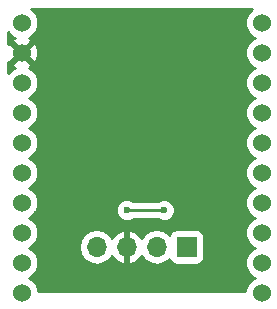
<source format=gbr>
G04 #@! TF.FileFunction,Copper,L2,Bot,Signal*
%FSLAX46Y46*%
G04 Gerber Fmt 4.6, Leading zero omitted, Abs format (unit mm)*
G04 Created by KiCad (PCBNEW 4.0.6) date Thu Jan  4 19:06:44 2018*
%MOMM*%
%LPD*%
G01*
G04 APERTURE LIST*
%ADD10C,0.100000*%
%ADD11C,1.524000*%
%ADD12R,1.700000X1.700000*%
%ADD13O,1.700000X1.700000*%
%ADD14C,0.600000*%
%ADD15C,0.250000*%
%ADD16C,0.254000*%
G04 APERTURE END LIST*
D10*
D11*
X138430000Y-80010000D03*
X138430000Y-82550000D03*
X138430000Y-85090000D03*
X138430000Y-87630000D03*
X138430000Y-90170000D03*
X138430000Y-92710000D03*
X138430000Y-95250000D03*
X138430000Y-97790000D03*
X138430000Y-100330000D03*
X138430000Y-102870000D03*
X158750000Y-80010000D03*
X158750000Y-82550000D03*
X158750000Y-85090000D03*
X158750000Y-87630000D03*
X158750000Y-90170000D03*
X158750000Y-92710000D03*
X158750000Y-95250000D03*
X158750000Y-97790000D03*
X158750000Y-100330000D03*
X158750000Y-102870000D03*
D12*
X152400000Y-99000000D03*
D13*
X149860000Y-99000000D03*
X147320000Y-99000000D03*
X144780000Y-99000000D03*
D14*
X143510000Y-85090000D03*
X149860000Y-80550000D03*
X148590000Y-80550000D03*
X152400000Y-92710000D03*
X150495000Y-95885000D03*
X147320000Y-95885000D03*
D15*
X147320000Y-95885000D02*
X150495000Y-95885000D01*
D16*
G36*
X157566371Y-79217630D02*
X157353243Y-79730900D01*
X157352758Y-80286661D01*
X157564990Y-80800303D01*
X157957630Y-81193629D01*
X158165512Y-81279949D01*
X157959697Y-81364990D01*
X157566371Y-81757630D01*
X157353243Y-82270900D01*
X157352758Y-82826661D01*
X157564990Y-83340303D01*
X157957630Y-83733629D01*
X158165512Y-83819949D01*
X157959697Y-83904990D01*
X157566371Y-84297630D01*
X157353243Y-84810900D01*
X157352758Y-85366661D01*
X157564990Y-85880303D01*
X157957630Y-86273629D01*
X158165512Y-86359949D01*
X157959697Y-86444990D01*
X157566371Y-86837630D01*
X157353243Y-87350900D01*
X157352758Y-87906661D01*
X157564990Y-88420303D01*
X157957630Y-88813629D01*
X158165512Y-88899949D01*
X157959697Y-88984990D01*
X157566371Y-89377630D01*
X157353243Y-89890900D01*
X157352758Y-90446661D01*
X157564990Y-90960303D01*
X157957630Y-91353629D01*
X158165512Y-91439949D01*
X157959697Y-91524990D01*
X157566371Y-91917630D01*
X157353243Y-92430900D01*
X157352758Y-92986661D01*
X157564990Y-93500303D01*
X157957630Y-93893629D01*
X158165512Y-93979949D01*
X157959697Y-94064990D01*
X157566371Y-94457630D01*
X157353243Y-94970900D01*
X157352758Y-95526661D01*
X157564990Y-96040303D01*
X157957630Y-96433629D01*
X158165512Y-96519949D01*
X157959697Y-96604990D01*
X157566371Y-96997630D01*
X157353243Y-97510900D01*
X157352758Y-98066661D01*
X157564990Y-98580303D01*
X157957630Y-98973629D01*
X158165512Y-99059949D01*
X157959697Y-99144990D01*
X157566371Y-99537630D01*
X157353243Y-100050900D01*
X157352758Y-100606661D01*
X157564990Y-101120303D01*
X157957630Y-101513629D01*
X158165512Y-101599949D01*
X157959697Y-101684990D01*
X157566371Y-102077630D01*
X157353243Y-102590900D01*
X157353110Y-102743000D01*
X139827111Y-102743000D01*
X139827242Y-102593339D01*
X139615010Y-102079697D01*
X139222370Y-101686371D01*
X139014488Y-101600051D01*
X139220303Y-101515010D01*
X139613629Y-101122370D01*
X139826757Y-100609100D01*
X139827242Y-100053339D01*
X139615010Y-99539697D01*
X139222370Y-99146371D01*
X139014488Y-99060051D01*
X139220303Y-98975010D01*
X139224413Y-98970907D01*
X143295000Y-98970907D01*
X143295000Y-99029093D01*
X143408039Y-99597378D01*
X143729946Y-100079147D01*
X144211715Y-100401054D01*
X144780000Y-100514093D01*
X145348285Y-100401054D01*
X145830054Y-100079147D01*
X146057702Y-99738447D01*
X146124817Y-99881358D01*
X146553076Y-100271645D01*
X146963110Y-100441476D01*
X147193000Y-100320155D01*
X147193000Y-99127000D01*
X147173000Y-99127000D01*
X147173000Y-98873000D01*
X147193000Y-98873000D01*
X147193000Y-97679845D01*
X147447000Y-97679845D01*
X147447000Y-98873000D01*
X147467000Y-98873000D01*
X147467000Y-99127000D01*
X147447000Y-99127000D01*
X147447000Y-100320155D01*
X147676890Y-100441476D01*
X148086924Y-100271645D01*
X148515183Y-99881358D01*
X148582298Y-99738447D01*
X148809946Y-100079147D01*
X149291715Y-100401054D01*
X149860000Y-100514093D01*
X150428285Y-100401054D01*
X150910054Y-100079147D01*
X150937850Y-100037548D01*
X150946838Y-100085317D01*
X151085910Y-100301441D01*
X151298110Y-100446431D01*
X151550000Y-100497440D01*
X153250000Y-100497440D01*
X153485317Y-100453162D01*
X153701441Y-100314090D01*
X153846431Y-100101890D01*
X153897440Y-99850000D01*
X153897440Y-98150000D01*
X153853162Y-97914683D01*
X153714090Y-97698559D01*
X153501890Y-97553569D01*
X153250000Y-97502560D01*
X151550000Y-97502560D01*
X151314683Y-97546838D01*
X151098559Y-97685910D01*
X150953569Y-97898110D01*
X150939914Y-97965541D01*
X150910054Y-97920853D01*
X150428285Y-97598946D01*
X149860000Y-97485907D01*
X149291715Y-97598946D01*
X148809946Y-97920853D01*
X148582298Y-98261553D01*
X148515183Y-98118642D01*
X148086924Y-97728355D01*
X147676890Y-97558524D01*
X147447000Y-97679845D01*
X147193000Y-97679845D01*
X146963110Y-97558524D01*
X146553076Y-97728355D01*
X146124817Y-98118642D01*
X146057702Y-98261553D01*
X145830054Y-97920853D01*
X145348285Y-97598946D01*
X144780000Y-97485907D01*
X144211715Y-97598946D01*
X143729946Y-97920853D01*
X143408039Y-98402622D01*
X143295000Y-98970907D01*
X139224413Y-98970907D01*
X139613629Y-98582370D01*
X139826757Y-98069100D01*
X139827242Y-97513339D01*
X139615010Y-96999697D01*
X139222370Y-96606371D01*
X139014488Y-96520051D01*
X139220303Y-96435010D01*
X139585783Y-96070167D01*
X146384838Y-96070167D01*
X146526883Y-96413943D01*
X146789673Y-96677192D01*
X147133201Y-96819838D01*
X147505167Y-96820162D01*
X147848943Y-96678117D01*
X147882118Y-96645000D01*
X149932537Y-96645000D01*
X149964673Y-96677192D01*
X150308201Y-96819838D01*
X150680167Y-96820162D01*
X151023943Y-96678117D01*
X151287192Y-96415327D01*
X151429838Y-96071799D01*
X151430162Y-95699833D01*
X151288117Y-95356057D01*
X151025327Y-95092808D01*
X150681799Y-94950162D01*
X150309833Y-94949838D01*
X149966057Y-95091883D01*
X149932882Y-95125000D01*
X147882463Y-95125000D01*
X147850327Y-95092808D01*
X147506799Y-94950162D01*
X147134833Y-94949838D01*
X146791057Y-95091883D01*
X146527808Y-95354673D01*
X146385162Y-95698201D01*
X146384838Y-96070167D01*
X139585783Y-96070167D01*
X139613629Y-96042370D01*
X139826757Y-95529100D01*
X139827242Y-94973339D01*
X139615010Y-94459697D01*
X139222370Y-94066371D01*
X139014488Y-93980051D01*
X139220303Y-93895010D01*
X139613629Y-93502370D01*
X139826757Y-92989100D01*
X139827242Y-92433339D01*
X139615010Y-91919697D01*
X139222370Y-91526371D01*
X139014488Y-91440051D01*
X139220303Y-91355010D01*
X139613629Y-90962370D01*
X139826757Y-90449100D01*
X139827242Y-89893339D01*
X139615010Y-89379697D01*
X139222370Y-88986371D01*
X139014488Y-88900051D01*
X139220303Y-88815010D01*
X139613629Y-88422370D01*
X139826757Y-87909100D01*
X139827242Y-87353339D01*
X139615010Y-86839697D01*
X139222370Y-86446371D01*
X139014488Y-86360051D01*
X139220303Y-86275010D01*
X139613629Y-85882370D01*
X139826757Y-85369100D01*
X139827242Y-84813339D01*
X139615010Y-84299697D01*
X139222370Y-83906371D01*
X139030273Y-83826605D01*
X139161143Y-83772397D01*
X139230608Y-83530213D01*
X138430000Y-82729605D01*
X137629392Y-83530213D01*
X137698857Y-83772397D01*
X137839318Y-83822509D01*
X137639697Y-83904990D01*
X137287000Y-84257072D01*
X137287000Y-83303916D01*
X137449787Y-83350608D01*
X138250395Y-82550000D01*
X138609605Y-82550000D01*
X139410213Y-83350608D01*
X139652397Y-83281143D01*
X139839144Y-82757698D01*
X139811362Y-82202632D01*
X139652397Y-81818857D01*
X139410213Y-81749392D01*
X138609605Y-82550000D01*
X138250395Y-82550000D01*
X137449787Y-81749392D01*
X137287000Y-81796084D01*
X137287000Y-80842386D01*
X137637630Y-81193629D01*
X137829727Y-81273395D01*
X137698857Y-81327603D01*
X137629392Y-81569787D01*
X138430000Y-82370395D01*
X139230608Y-81569787D01*
X139161143Y-81327603D01*
X139020682Y-81277491D01*
X139220303Y-81195010D01*
X139613629Y-80802370D01*
X139826757Y-80289100D01*
X139827242Y-79733339D01*
X139615010Y-79219697D01*
X139262928Y-78867000D01*
X157917614Y-78867000D01*
X157566371Y-79217630D01*
X157566371Y-79217630D01*
G37*
X157566371Y-79217630D02*
X157353243Y-79730900D01*
X157352758Y-80286661D01*
X157564990Y-80800303D01*
X157957630Y-81193629D01*
X158165512Y-81279949D01*
X157959697Y-81364990D01*
X157566371Y-81757630D01*
X157353243Y-82270900D01*
X157352758Y-82826661D01*
X157564990Y-83340303D01*
X157957630Y-83733629D01*
X158165512Y-83819949D01*
X157959697Y-83904990D01*
X157566371Y-84297630D01*
X157353243Y-84810900D01*
X157352758Y-85366661D01*
X157564990Y-85880303D01*
X157957630Y-86273629D01*
X158165512Y-86359949D01*
X157959697Y-86444990D01*
X157566371Y-86837630D01*
X157353243Y-87350900D01*
X157352758Y-87906661D01*
X157564990Y-88420303D01*
X157957630Y-88813629D01*
X158165512Y-88899949D01*
X157959697Y-88984990D01*
X157566371Y-89377630D01*
X157353243Y-89890900D01*
X157352758Y-90446661D01*
X157564990Y-90960303D01*
X157957630Y-91353629D01*
X158165512Y-91439949D01*
X157959697Y-91524990D01*
X157566371Y-91917630D01*
X157353243Y-92430900D01*
X157352758Y-92986661D01*
X157564990Y-93500303D01*
X157957630Y-93893629D01*
X158165512Y-93979949D01*
X157959697Y-94064990D01*
X157566371Y-94457630D01*
X157353243Y-94970900D01*
X157352758Y-95526661D01*
X157564990Y-96040303D01*
X157957630Y-96433629D01*
X158165512Y-96519949D01*
X157959697Y-96604990D01*
X157566371Y-96997630D01*
X157353243Y-97510900D01*
X157352758Y-98066661D01*
X157564990Y-98580303D01*
X157957630Y-98973629D01*
X158165512Y-99059949D01*
X157959697Y-99144990D01*
X157566371Y-99537630D01*
X157353243Y-100050900D01*
X157352758Y-100606661D01*
X157564990Y-101120303D01*
X157957630Y-101513629D01*
X158165512Y-101599949D01*
X157959697Y-101684990D01*
X157566371Y-102077630D01*
X157353243Y-102590900D01*
X157353110Y-102743000D01*
X139827111Y-102743000D01*
X139827242Y-102593339D01*
X139615010Y-102079697D01*
X139222370Y-101686371D01*
X139014488Y-101600051D01*
X139220303Y-101515010D01*
X139613629Y-101122370D01*
X139826757Y-100609100D01*
X139827242Y-100053339D01*
X139615010Y-99539697D01*
X139222370Y-99146371D01*
X139014488Y-99060051D01*
X139220303Y-98975010D01*
X139224413Y-98970907D01*
X143295000Y-98970907D01*
X143295000Y-99029093D01*
X143408039Y-99597378D01*
X143729946Y-100079147D01*
X144211715Y-100401054D01*
X144780000Y-100514093D01*
X145348285Y-100401054D01*
X145830054Y-100079147D01*
X146057702Y-99738447D01*
X146124817Y-99881358D01*
X146553076Y-100271645D01*
X146963110Y-100441476D01*
X147193000Y-100320155D01*
X147193000Y-99127000D01*
X147173000Y-99127000D01*
X147173000Y-98873000D01*
X147193000Y-98873000D01*
X147193000Y-97679845D01*
X147447000Y-97679845D01*
X147447000Y-98873000D01*
X147467000Y-98873000D01*
X147467000Y-99127000D01*
X147447000Y-99127000D01*
X147447000Y-100320155D01*
X147676890Y-100441476D01*
X148086924Y-100271645D01*
X148515183Y-99881358D01*
X148582298Y-99738447D01*
X148809946Y-100079147D01*
X149291715Y-100401054D01*
X149860000Y-100514093D01*
X150428285Y-100401054D01*
X150910054Y-100079147D01*
X150937850Y-100037548D01*
X150946838Y-100085317D01*
X151085910Y-100301441D01*
X151298110Y-100446431D01*
X151550000Y-100497440D01*
X153250000Y-100497440D01*
X153485317Y-100453162D01*
X153701441Y-100314090D01*
X153846431Y-100101890D01*
X153897440Y-99850000D01*
X153897440Y-98150000D01*
X153853162Y-97914683D01*
X153714090Y-97698559D01*
X153501890Y-97553569D01*
X153250000Y-97502560D01*
X151550000Y-97502560D01*
X151314683Y-97546838D01*
X151098559Y-97685910D01*
X150953569Y-97898110D01*
X150939914Y-97965541D01*
X150910054Y-97920853D01*
X150428285Y-97598946D01*
X149860000Y-97485907D01*
X149291715Y-97598946D01*
X148809946Y-97920853D01*
X148582298Y-98261553D01*
X148515183Y-98118642D01*
X148086924Y-97728355D01*
X147676890Y-97558524D01*
X147447000Y-97679845D01*
X147193000Y-97679845D01*
X146963110Y-97558524D01*
X146553076Y-97728355D01*
X146124817Y-98118642D01*
X146057702Y-98261553D01*
X145830054Y-97920853D01*
X145348285Y-97598946D01*
X144780000Y-97485907D01*
X144211715Y-97598946D01*
X143729946Y-97920853D01*
X143408039Y-98402622D01*
X143295000Y-98970907D01*
X139224413Y-98970907D01*
X139613629Y-98582370D01*
X139826757Y-98069100D01*
X139827242Y-97513339D01*
X139615010Y-96999697D01*
X139222370Y-96606371D01*
X139014488Y-96520051D01*
X139220303Y-96435010D01*
X139585783Y-96070167D01*
X146384838Y-96070167D01*
X146526883Y-96413943D01*
X146789673Y-96677192D01*
X147133201Y-96819838D01*
X147505167Y-96820162D01*
X147848943Y-96678117D01*
X147882118Y-96645000D01*
X149932537Y-96645000D01*
X149964673Y-96677192D01*
X150308201Y-96819838D01*
X150680167Y-96820162D01*
X151023943Y-96678117D01*
X151287192Y-96415327D01*
X151429838Y-96071799D01*
X151430162Y-95699833D01*
X151288117Y-95356057D01*
X151025327Y-95092808D01*
X150681799Y-94950162D01*
X150309833Y-94949838D01*
X149966057Y-95091883D01*
X149932882Y-95125000D01*
X147882463Y-95125000D01*
X147850327Y-95092808D01*
X147506799Y-94950162D01*
X147134833Y-94949838D01*
X146791057Y-95091883D01*
X146527808Y-95354673D01*
X146385162Y-95698201D01*
X146384838Y-96070167D01*
X139585783Y-96070167D01*
X139613629Y-96042370D01*
X139826757Y-95529100D01*
X139827242Y-94973339D01*
X139615010Y-94459697D01*
X139222370Y-94066371D01*
X139014488Y-93980051D01*
X139220303Y-93895010D01*
X139613629Y-93502370D01*
X139826757Y-92989100D01*
X139827242Y-92433339D01*
X139615010Y-91919697D01*
X139222370Y-91526371D01*
X139014488Y-91440051D01*
X139220303Y-91355010D01*
X139613629Y-90962370D01*
X139826757Y-90449100D01*
X139827242Y-89893339D01*
X139615010Y-89379697D01*
X139222370Y-88986371D01*
X139014488Y-88900051D01*
X139220303Y-88815010D01*
X139613629Y-88422370D01*
X139826757Y-87909100D01*
X139827242Y-87353339D01*
X139615010Y-86839697D01*
X139222370Y-86446371D01*
X139014488Y-86360051D01*
X139220303Y-86275010D01*
X139613629Y-85882370D01*
X139826757Y-85369100D01*
X139827242Y-84813339D01*
X139615010Y-84299697D01*
X139222370Y-83906371D01*
X139030273Y-83826605D01*
X139161143Y-83772397D01*
X139230608Y-83530213D01*
X138430000Y-82729605D01*
X137629392Y-83530213D01*
X137698857Y-83772397D01*
X137839318Y-83822509D01*
X137639697Y-83904990D01*
X137287000Y-84257072D01*
X137287000Y-83303916D01*
X137449787Y-83350608D01*
X138250395Y-82550000D01*
X138609605Y-82550000D01*
X139410213Y-83350608D01*
X139652397Y-83281143D01*
X139839144Y-82757698D01*
X139811362Y-82202632D01*
X139652397Y-81818857D01*
X139410213Y-81749392D01*
X138609605Y-82550000D01*
X138250395Y-82550000D01*
X137449787Y-81749392D01*
X137287000Y-81796084D01*
X137287000Y-80842386D01*
X137637630Y-81193629D01*
X137829727Y-81273395D01*
X137698857Y-81327603D01*
X137629392Y-81569787D01*
X138430000Y-82370395D01*
X139230608Y-81569787D01*
X139161143Y-81327603D01*
X139020682Y-81277491D01*
X139220303Y-81195010D01*
X139613629Y-80802370D01*
X139826757Y-80289100D01*
X139827242Y-79733339D01*
X139615010Y-79219697D01*
X139262928Y-78867000D01*
X157917614Y-78867000D01*
X157566371Y-79217630D01*
M02*

</source>
